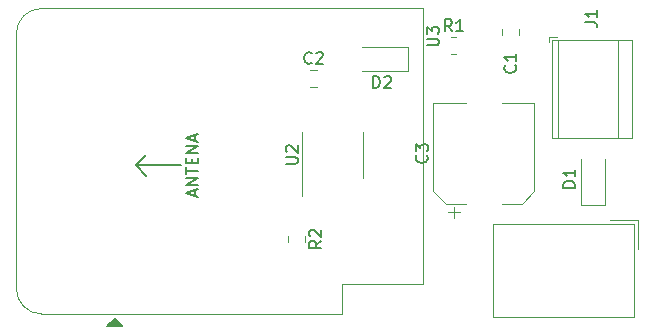
<source format=gbr>
%TF.GenerationSoftware,KiCad,Pcbnew,8.0.3*%
%TF.CreationDate,2024-09-12T16:22:09+02:00*%
%TF.ProjectId,LG-remote,4c472d72-656d-46f7-9465-2e6b69636164,rev?*%
%TF.SameCoordinates,Original*%
%TF.FileFunction,Legend,Top*%
%TF.FilePolarity,Positive*%
%FSLAX46Y46*%
G04 Gerber Fmt 4.6, Leading zero omitted, Abs format (unit mm)*
G04 Created by KiCad (PCBNEW 8.0.3) date 2024-09-12 16:22:09*
%MOMM*%
%LPD*%
G01*
G04 APERTURE LIST*
%ADD10C,0.150000*%
%ADD11C,0.120000*%
G04 APERTURE END LIST*
D10*
X104648000Y-90932000D02*
X100838000Y-90932000D01*
X100838000Y-90932000D02*
X101727000Y-90043000D01*
X101727000Y-90043000D02*
X100838000Y-90932000D01*
X100838000Y-90932000D02*
X101727000Y-91821000D01*
X138900819Y-78819333D02*
X139615104Y-78819333D01*
X139615104Y-78819333D02*
X139757961Y-78866952D01*
X139757961Y-78866952D02*
X139853200Y-78962190D01*
X139853200Y-78962190D02*
X139900819Y-79105047D01*
X139900819Y-79105047D02*
X139900819Y-79200285D01*
X139900819Y-77819333D02*
X139900819Y-78390761D01*
X139900819Y-78105047D02*
X138900819Y-78105047D01*
X138900819Y-78105047D02*
X139043676Y-78200285D01*
X139043676Y-78200285D02*
X139138914Y-78295523D01*
X139138914Y-78295523D02*
X139186533Y-78390761D01*
X138027819Y-92813094D02*
X137027819Y-92813094D01*
X137027819Y-92813094D02*
X137027819Y-92574999D01*
X137027819Y-92574999D02*
X137075438Y-92432142D01*
X137075438Y-92432142D02*
X137170676Y-92336904D01*
X137170676Y-92336904D02*
X137265914Y-92289285D01*
X137265914Y-92289285D02*
X137456390Y-92241666D01*
X137456390Y-92241666D02*
X137599247Y-92241666D01*
X137599247Y-92241666D02*
X137789723Y-92289285D01*
X137789723Y-92289285D02*
X137884961Y-92336904D01*
X137884961Y-92336904D02*
X137980200Y-92432142D01*
X137980200Y-92432142D02*
X138027819Y-92574999D01*
X138027819Y-92574999D02*
X138027819Y-92813094D01*
X138027819Y-91289285D02*
X138027819Y-91860713D01*
X138027819Y-91574999D02*
X137027819Y-91574999D01*
X137027819Y-91574999D02*
X137170676Y-91670237D01*
X137170676Y-91670237D02*
X137265914Y-91765475D01*
X137265914Y-91765475D02*
X137313533Y-91860713D01*
X125461580Y-90082666D02*
X125509200Y-90130285D01*
X125509200Y-90130285D02*
X125556819Y-90273142D01*
X125556819Y-90273142D02*
X125556819Y-90368380D01*
X125556819Y-90368380D02*
X125509200Y-90511237D01*
X125509200Y-90511237D02*
X125413961Y-90606475D01*
X125413961Y-90606475D02*
X125318723Y-90654094D01*
X125318723Y-90654094D02*
X125128247Y-90701713D01*
X125128247Y-90701713D02*
X124985390Y-90701713D01*
X124985390Y-90701713D02*
X124794914Y-90654094D01*
X124794914Y-90654094D02*
X124699676Y-90606475D01*
X124699676Y-90606475D02*
X124604438Y-90511237D01*
X124604438Y-90511237D02*
X124556819Y-90368380D01*
X124556819Y-90368380D02*
X124556819Y-90273142D01*
X124556819Y-90273142D02*
X124604438Y-90130285D01*
X124604438Y-90130285D02*
X124652057Y-90082666D01*
X124556819Y-89749332D02*
X124556819Y-89130285D01*
X124556819Y-89130285D02*
X124937771Y-89463618D01*
X124937771Y-89463618D02*
X124937771Y-89320761D01*
X124937771Y-89320761D02*
X124985390Y-89225523D01*
X124985390Y-89225523D02*
X125033009Y-89177904D01*
X125033009Y-89177904D02*
X125128247Y-89130285D01*
X125128247Y-89130285D02*
X125366342Y-89130285D01*
X125366342Y-89130285D02*
X125461580Y-89177904D01*
X125461580Y-89177904D02*
X125509200Y-89225523D01*
X125509200Y-89225523D02*
X125556819Y-89320761D01*
X125556819Y-89320761D02*
X125556819Y-89606475D01*
X125556819Y-89606475D02*
X125509200Y-89701713D01*
X125509200Y-89701713D02*
X125461580Y-89749332D01*
X127595333Y-79576819D02*
X127262000Y-79100628D01*
X127023905Y-79576819D02*
X127023905Y-78576819D01*
X127023905Y-78576819D02*
X127404857Y-78576819D01*
X127404857Y-78576819D02*
X127500095Y-78624438D01*
X127500095Y-78624438D02*
X127547714Y-78672057D01*
X127547714Y-78672057D02*
X127595333Y-78767295D01*
X127595333Y-78767295D02*
X127595333Y-78910152D01*
X127595333Y-78910152D02*
X127547714Y-79005390D01*
X127547714Y-79005390D02*
X127500095Y-79053009D01*
X127500095Y-79053009D02*
X127404857Y-79100628D01*
X127404857Y-79100628D02*
X127023905Y-79100628D01*
X128547714Y-79576819D02*
X127976286Y-79576819D01*
X128262000Y-79576819D02*
X128262000Y-78576819D01*
X128262000Y-78576819D02*
X128166762Y-78719676D01*
X128166762Y-78719676D02*
X128071524Y-78814914D01*
X128071524Y-78814914D02*
X127976286Y-78862533D01*
X115723333Y-82245580D02*
X115675714Y-82293200D01*
X115675714Y-82293200D02*
X115532857Y-82340819D01*
X115532857Y-82340819D02*
X115437619Y-82340819D01*
X115437619Y-82340819D02*
X115294762Y-82293200D01*
X115294762Y-82293200D02*
X115199524Y-82197961D01*
X115199524Y-82197961D02*
X115151905Y-82102723D01*
X115151905Y-82102723D02*
X115104286Y-81912247D01*
X115104286Y-81912247D02*
X115104286Y-81769390D01*
X115104286Y-81769390D02*
X115151905Y-81578914D01*
X115151905Y-81578914D02*
X115199524Y-81483676D01*
X115199524Y-81483676D02*
X115294762Y-81388438D01*
X115294762Y-81388438D02*
X115437619Y-81340819D01*
X115437619Y-81340819D02*
X115532857Y-81340819D01*
X115532857Y-81340819D02*
X115675714Y-81388438D01*
X115675714Y-81388438D02*
X115723333Y-81436057D01*
X116104286Y-81436057D02*
X116151905Y-81388438D01*
X116151905Y-81388438D02*
X116247143Y-81340819D01*
X116247143Y-81340819D02*
X116485238Y-81340819D01*
X116485238Y-81340819D02*
X116580476Y-81388438D01*
X116580476Y-81388438D02*
X116628095Y-81436057D01*
X116628095Y-81436057D02*
X116675714Y-81531295D01*
X116675714Y-81531295D02*
X116675714Y-81626533D01*
X116675714Y-81626533D02*
X116628095Y-81769390D01*
X116628095Y-81769390D02*
X116056667Y-82340819D01*
X116056667Y-82340819D02*
X116675714Y-82340819D01*
X113529819Y-90804904D02*
X114339342Y-90804904D01*
X114339342Y-90804904D02*
X114434580Y-90757285D01*
X114434580Y-90757285D02*
X114482200Y-90709666D01*
X114482200Y-90709666D02*
X114529819Y-90614428D01*
X114529819Y-90614428D02*
X114529819Y-90423952D01*
X114529819Y-90423952D02*
X114482200Y-90328714D01*
X114482200Y-90328714D02*
X114434580Y-90281095D01*
X114434580Y-90281095D02*
X114339342Y-90233476D01*
X114339342Y-90233476D02*
X113529819Y-90233476D01*
X113625057Y-89804904D02*
X113577438Y-89757285D01*
X113577438Y-89757285D02*
X113529819Y-89662047D01*
X113529819Y-89662047D02*
X113529819Y-89423952D01*
X113529819Y-89423952D02*
X113577438Y-89328714D01*
X113577438Y-89328714D02*
X113625057Y-89281095D01*
X113625057Y-89281095D02*
X113720295Y-89233476D01*
X113720295Y-89233476D02*
X113815533Y-89233476D01*
X113815533Y-89233476D02*
X113958390Y-89281095D01*
X113958390Y-89281095D02*
X114529819Y-89852523D01*
X114529819Y-89852523D02*
X114529819Y-89233476D01*
X105833104Y-93479618D02*
X105833104Y-93003428D01*
X106118819Y-93574856D02*
X105118819Y-93241523D01*
X105118819Y-93241523D02*
X106118819Y-92908190D01*
X106118819Y-92574856D02*
X105118819Y-92574856D01*
X105118819Y-92574856D02*
X106118819Y-92003428D01*
X106118819Y-92003428D02*
X105118819Y-92003428D01*
X105118819Y-91670094D02*
X105118819Y-91098666D01*
X106118819Y-91384380D02*
X105118819Y-91384380D01*
X105595009Y-90765332D02*
X105595009Y-90431999D01*
X106118819Y-90289142D02*
X106118819Y-90765332D01*
X106118819Y-90765332D02*
X105118819Y-90765332D01*
X105118819Y-90765332D02*
X105118819Y-90289142D01*
X106118819Y-89860570D02*
X105118819Y-89860570D01*
X105118819Y-89860570D02*
X106118819Y-89289142D01*
X106118819Y-89289142D02*
X105118819Y-89289142D01*
X105833104Y-88860570D02*
X105833104Y-88384380D01*
X106118819Y-88955808D02*
X105118819Y-88622475D01*
X105118819Y-88622475D02*
X106118819Y-88289142D01*
X116531819Y-97321666D02*
X116055628Y-97654999D01*
X116531819Y-97893094D02*
X115531819Y-97893094D01*
X115531819Y-97893094D02*
X115531819Y-97512142D01*
X115531819Y-97512142D02*
X115579438Y-97416904D01*
X115579438Y-97416904D02*
X115627057Y-97369285D01*
X115627057Y-97369285D02*
X115722295Y-97321666D01*
X115722295Y-97321666D02*
X115865152Y-97321666D01*
X115865152Y-97321666D02*
X115960390Y-97369285D01*
X115960390Y-97369285D02*
X116008009Y-97416904D01*
X116008009Y-97416904D02*
X116055628Y-97512142D01*
X116055628Y-97512142D02*
X116055628Y-97893094D01*
X115627057Y-96940713D02*
X115579438Y-96893094D01*
X115579438Y-96893094D02*
X115531819Y-96797856D01*
X115531819Y-96797856D02*
X115531819Y-96559761D01*
X115531819Y-96559761D02*
X115579438Y-96464523D01*
X115579438Y-96464523D02*
X115627057Y-96416904D01*
X115627057Y-96416904D02*
X115722295Y-96369285D01*
X115722295Y-96369285D02*
X115817533Y-96369285D01*
X115817533Y-96369285D02*
X115960390Y-96416904D01*
X115960390Y-96416904D02*
X116531819Y-96988332D01*
X116531819Y-96988332D02*
X116531819Y-96369285D01*
X125514819Y-80765904D02*
X126324342Y-80765904D01*
X126324342Y-80765904D02*
X126419580Y-80718285D01*
X126419580Y-80718285D02*
X126467200Y-80670666D01*
X126467200Y-80670666D02*
X126514819Y-80575428D01*
X126514819Y-80575428D02*
X126514819Y-80384952D01*
X126514819Y-80384952D02*
X126467200Y-80289714D01*
X126467200Y-80289714D02*
X126419580Y-80242095D01*
X126419580Y-80242095D02*
X126324342Y-80194476D01*
X126324342Y-80194476D02*
X125514819Y-80194476D01*
X125514819Y-79813523D02*
X125514819Y-79194476D01*
X125514819Y-79194476D02*
X125895771Y-79527809D01*
X125895771Y-79527809D02*
X125895771Y-79384952D01*
X125895771Y-79384952D02*
X125943390Y-79289714D01*
X125943390Y-79289714D02*
X125991009Y-79242095D01*
X125991009Y-79242095D02*
X126086247Y-79194476D01*
X126086247Y-79194476D02*
X126324342Y-79194476D01*
X126324342Y-79194476D02*
X126419580Y-79242095D01*
X126419580Y-79242095D02*
X126467200Y-79289714D01*
X126467200Y-79289714D02*
X126514819Y-79384952D01*
X126514819Y-79384952D02*
X126514819Y-79670666D01*
X126514819Y-79670666D02*
X126467200Y-79765904D01*
X126467200Y-79765904D02*
X126419580Y-79813523D01*
X132947580Y-82462666D02*
X132995200Y-82510285D01*
X132995200Y-82510285D02*
X133042819Y-82653142D01*
X133042819Y-82653142D02*
X133042819Y-82748380D01*
X133042819Y-82748380D02*
X132995200Y-82891237D01*
X132995200Y-82891237D02*
X132899961Y-82986475D01*
X132899961Y-82986475D02*
X132804723Y-83034094D01*
X132804723Y-83034094D02*
X132614247Y-83081713D01*
X132614247Y-83081713D02*
X132471390Y-83081713D01*
X132471390Y-83081713D02*
X132280914Y-83034094D01*
X132280914Y-83034094D02*
X132185676Y-82986475D01*
X132185676Y-82986475D02*
X132090438Y-82891237D01*
X132090438Y-82891237D02*
X132042819Y-82748380D01*
X132042819Y-82748380D02*
X132042819Y-82653142D01*
X132042819Y-82653142D02*
X132090438Y-82510285D01*
X132090438Y-82510285D02*
X132138057Y-82462666D01*
X133042819Y-81510285D02*
X133042819Y-82081713D01*
X133042819Y-81795999D02*
X132042819Y-81795999D01*
X132042819Y-81795999D02*
X132185676Y-81891237D01*
X132185676Y-81891237D02*
X132280914Y-81986475D01*
X132280914Y-81986475D02*
X132328533Y-82081713D01*
X120927905Y-84369819D02*
X120927905Y-83369819D01*
X120927905Y-83369819D02*
X121166000Y-83369819D01*
X121166000Y-83369819D02*
X121308857Y-83417438D01*
X121308857Y-83417438D02*
X121404095Y-83512676D01*
X121404095Y-83512676D02*
X121451714Y-83607914D01*
X121451714Y-83607914D02*
X121499333Y-83798390D01*
X121499333Y-83798390D02*
X121499333Y-83941247D01*
X121499333Y-83941247D02*
X121451714Y-84131723D01*
X121451714Y-84131723D02*
X121404095Y-84226961D01*
X121404095Y-84226961D02*
X121308857Y-84322200D01*
X121308857Y-84322200D02*
X121166000Y-84369819D01*
X121166000Y-84369819D02*
X120927905Y-84369819D01*
X121880286Y-83465057D02*
X121927905Y-83417438D01*
X121927905Y-83417438D02*
X122023143Y-83369819D01*
X122023143Y-83369819D02*
X122261238Y-83369819D01*
X122261238Y-83369819D02*
X122356476Y-83417438D01*
X122356476Y-83417438D02*
X122404095Y-83465057D01*
X122404095Y-83465057D02*
X122451714Y-83560295D01*
X122451714Y-83560295D02*
X122451714Y-83655533D01*
X122451714Y-83655533D02*
X122404095Y-83798390D01*
X122404095Y-83798390D02*
X121832667Y-84369819D01*
X121832667Y-84369819D02*
X122451714Y-84369819D01*
D11*
%TO.C,J1*%
X135836000Y-80055000D02*
X135836000Y-80455000D01*
X136076000Y-80295000D02*
X136076000Y-88615000D01*
X136476000Y-80055000D02*
X135836000Y-80055000D01*
X136596000Y-80295000D02*
X136596000Y-88615000D01*
X141696000Y-80295000D02*
X141696000Y-88615000D01*
X142816000Y-80295000D02*
X136076000Y-80295000D01*
X142816000Y-80295000D02*
X142816000Y-88615000D01*
X142816000Y-88615000D02*
X136076000Y-88615000D01*
%TO.C,D1*%
X138573000Y-94325000D02*
X138573000Y-90425000D01*
X138573000Y-94325000D02*
X140573000Y-94325000D01*
X140573000Y-94325000D02*
X140573000Y-90425000D01*
%TO.C,C3*%
X126042000Y-85656000D02*
X128792000Y-85656000D01*
X126042000Y-93111563D02*
X126042000Y-85656000D01*
X127106437Y-94176000D02*
X126042000Y-93111563D01*
X127106437Y-94176000D02*
X128792000Y-94176000D01*
X127292000Y-94916000D02*
X128292000Y-94916000D01*
X127792000Y-95416000D02*
X127792000Y-94416000D01*
X133497563Y-94176000D02*
X131812000Y-94176000D01*
X133497563Y-94176000D02*
X134562000Y-93111563D01*
X134562000Y-85656000D02*
X131812000Y-85656000D01*
X134562000Y-93111563D02*
X134562000Y-85656000D01*
%TO.C,R1*%
X127534936Y-80037000D02*
X127989064Y-80037000D01*
X127534936Y-81507000D02*
X127989064Y-81507000D01*
%TO.C,C2*%
X115628748Y-82831000D02*
X116151252Y-82831000D01*
X115628748Y-84301000D02*
X116151252Y-84301000D01*
%TO.C,U2*%
X114915000Y-90043000D02*
X114915000Y-88093000D01*
X114915000Y-90043000D02*
X114915000Y-93493000D01*
X120035000Y-90043000D02*
X120035000Y-88093000D01*
X120035000Y-90043000D02*
X120035000Y-91993000D01*
%TO.C,U1*%
X131053000Y-95924000D02*
X142993000Y-95924000D01*
X131053000Y-103774000D02*
X131053000Y-95924000D01*
X142993000Y-95924000D02*
X142993000Y-103774000D01*
X142993000Y-103774000D02*
X131053000Y-103774000D01*
X143323000Y-95594000D02*
X140993000Y-95594000D01*
X143323000Y-98044000D02*
X143323000Y-95594000D01*
%TO.C,R2*%
X113692000Y-96927936D02*
X113692000Y-97382064D01*
X115162000Y-96927936D02*
X115162000Y-97382064D01*
%TO.C,U3*%
X90720000Y-79764000D02*
X90720000Y-101374000D01*
X118280000Y-100964000D02*
X125180000Y-100964000D01*
X118280000Y-103504000D02*
X92850000Y-103504000D01*
X118280000Y-103504000D02*
X118280000Y-100964000D01*
X125180000Y-77644000D02*
X92850000Y-77644000D01*
X125180000Y-100964000D02*
X125180000Y-77644000D01*
X90720000Y-79774000D02*
G75*
G02*
X92850000Y-77644000I2130000J0D01*
G01*
X92850000Y-103504000D02*
G75*
G02*
X90720000Y-101374000I2J2130002D01*
G01*
D10*
X99695000Y-104544000D02*
X98425000Y-104544000D01*
X99060000Y-103909000D01*
X99695000Y-104544000D01*
G36*
X99695000Y-104544000D02*
G01*
X98425000Y-104544000D01*
X99060000Y-103909000D01*
X99695000Y-104544000D01*
G37*
D11*
%TO.C,C1*%
X131853000Y-79890252D02*
X131853000Y-79367748D01*
X133323000Y-79890252D02*
X133323000Y-79367748D01*
%TO.C,D2*%
X123916000Y-80915000D02*
X120016000Y-80915000D01*
X123916000Y-82915000D02*
X120016000Y-82915000D01*
X123916000Y-82915000D02*
X123916000Y-80915000D01*
%TD*%
M02*

</source>
